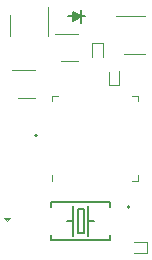
<source format=gbr>
%TF.GenerationSoftware,KiCad,Pcbnew,(5.1.6-0-10_14)*%
%TF.CreationDate,2022-02-28T20:49:00-06:00*%
%TF.ProjectId,Bonsai_C4,426f6e73-6169-45f4-9334-2e6b69636164,rev?*%
%TF.SameCoordinates,Original*%
%TF.FileFunction,Legend,Top*%
%TF.FilePolarity,Positive*%
%FSLAX46Y46*%
G04 Gerber Fmt 4.6, Leading zero omitted, Abs format (unit mm)*
G04 Created by KiCad (PCBNEW (5.1.6-0-10_14)) date 2022-02-28 20:49:00*
%MOMM*%
%LPD*%
G01*
G04 APERTURE LIST*
%ADD10C,0.120000*%
%ADD11C,0.254000*%
%ADD12C,0.203200*%
%ADD13C,0.152400*%
%ADD14C,0.200000*%
%ADD15C,0.130000*%
%ADD16C,0.127000*%
G04 APERTURE END LIST*
D10*
%TO.C,U3*%
X105112000Y-114755000D02*
X105112000Y-114280000D01*
X105112000Y-114280000D02*
X105587000Y-114280000D01*
X112332000Y-121025000D02*
X112332000Y-121500000D01*
X112332000Y-121500000D02*
X111857000Y-121500000D01*
X112332000Y-114755000D02*
X112332000Y-114280000D01*
X112332000Y-114280000D02*
X111857000Y-114280000D01*
X105112000Y-121025000D02*
X105112000Y-121500000D01*
%TO.C,U2*%
X101504000Y-107412000D02*
X101504000Y-109212000D01*
X104724000Y-109212000D02*
X104724000Y-106762000D01*
%TO.C,D5*%
X109872800Y-113380000D02*
X110787200Y-113380000D01*
X109872800Y-112230000D02*
X109872800Y-113380000D01*
X110787200Y-112223000D02*
X110787200Y-113373000D01*
D11*
%TO.C,D4*%
X107191000Y-107461000D02*
X107191000Y-107661000D01*
X106991000Y-107311000D02*
X106991000Y-107811000D01*
D12*
X107841000Y-107561000D02*
X107491000Y-107561000D01*
X107491000Y-107561000D02*
X107491000Y-108111000D01*
X107491000Y-107561000D02*
X107491000Y-107011000D01*
D13*
X107491000Y-107561000D02*
X106891000Y-107961000D01*
X106891000Y-107961000D02*
X106891000Y-107161000D01*
X106891000Y-107161000D02*
X107491000Y-107561000D01*
D12*
X107291000Y-107561000D02*
X106441000Y-107561000D01*
D10*
%TO.C,D1*%
X108447800Y-111009000D02*
X108447800Y-109859000D01*
X109362200Y-111002000D02*
X109362200Y-109852000D01*
X109362200Y-109852000D02*
X108447800Y-109852000D01*
%TO.C,U5*%
X102209000Y-114435000D02*
X103609000Y-114435000D01*
X103609000Y-112115000D02*
X101709000Y-112115000D01*
D14*
%TO.C,Q2*%
X103802000Y-117637000D02*
G75*
G03*
X103802000Y-117637000I-100000J0D01*
G01*
D10*
%TO.C,D2*%
X113150000Y-127602200D02*
X113150000Y-126687800D01*
X112000000Y-127602200D02*
X113150000Y-127602200D01*
X111993000Y-126687800D02*
X113143000Y-126687800D01*
%TO.C,U1*%
X112932000Y-107545000D02*
X110482000Y-107545000D01*
X111132000Y-110765000D02*
X112932000Y-110765000D01*
%TO.C,U4*%
X105869000Y-111334000D02*
X107269000Y-111334000D01*
X107269000Y-109014000D02*
X105369000Y-109014000D01*
D14*
%TO.C,Q1*%
X111652000Y-123720000D02*
G75*
G03*
X111652000Y-123720000I-100000J0D01*
G01*
D15*
%TO.C,D3*%
X101367800Y-124731000D02*
X101164600Y-124731000D01*
D10*
X101520200Y-124629400D02*
X101037600Y-124629400D01*
X101037600Y-124629400D02*
X101291600Y-124883400D01*
X101291600Y-124883400D02*
X101520200Y-124629400D01*
D16*
%TO.C,Y1*%
X108144000Y-124880000D02*
X108652000Y-124880000D01*
X106874000Y-124880000D02*
X106366000Y-124880000D01*
X108144000Y-124880000D02*
X108144000Y-126150000D01*
X108144000Y-123610000D02*
X108144000Y-124880000D01*
X106874000Y-124880000D02*
X106874000Y-126150000D01*
X106874000Y-123610000D02*
X106874000Y-124880000D01*
X107763000Y-123864000D02*
X107255000Y-123864000D01*
X107763000Y-125896000D02*
X107763000Y-123864000D01*
X107255000Y-125896000D02*
X107763000Y-125896000D01*
X107255000Y-123864000D02*
X107255000Y-125896000D01*
X110008360Y-123282340D02*
X105009640Y-123282340D01*
X110008360Y-123681120D02*
X110008360Y-123282340D01*
X110008360Y-126477660D02*
X110008360Y-126078880D01*
X105009640Y-126477660D02*
X110008360Y-126477660D01*
X105009640Y-126078880D02*
X105009640Y-126477660D01*
X105009640Y-123282340D02*
X105009640Y-123681120D01*
%TD*%
M02*

</source>
